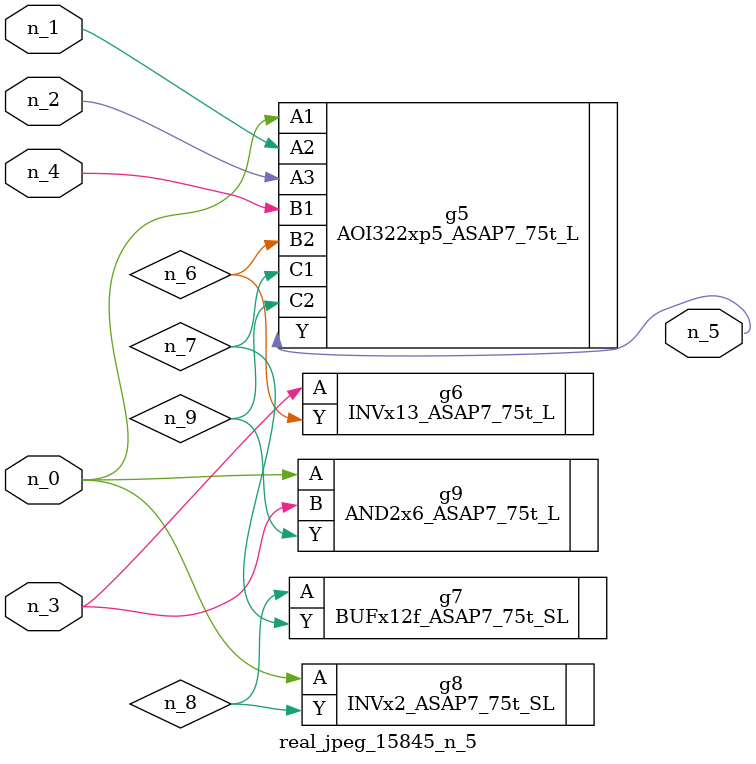
<source format=v>
module real_jpeg_15845_n_5 (n_4, n_0, n_1, n_2, n_3, n_5);

input n_4;
input n_0;
input n_1;
input n_2;
input n_3;

output n_5;

wire n_8;
wire n_6;
wire n_7;
wire n_9;

AOI322xp5_ASAP7_75t_L g5 ( 
.A1(n_0),
.A2(n_1),
.A3(n_2),
.B1(n_4),
.B2(n_6),
.C1(n_7),
.C2(n_9),
.Y(n_5)
);

INVx2_ASAP7_75t_SL g8 ( 
.A(n_0),
.Y(n_8)
);

AND2x6_ASAP7_75t_L g9 ( 
.A(n_0),
.B(n_3),
.Y(n_9)
);

INVx13_ASAP7_75t_L g6 ( 
.A(n_3),
.Y(n_6)
);

BUFx12f_ASAP7_75t_SL g7 ( 
.A(n_8),
.Y(n_7)
);


endmodule
</source>
